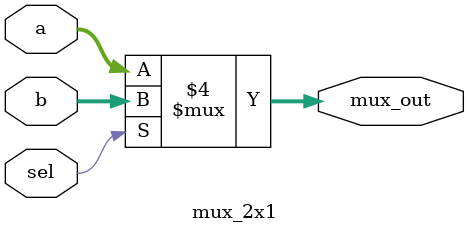
<source format=v>
`timescale 1ns / 1ps


module mux_2x1 #(parameter Bits = 32)(
input [Bits-1:0] a,
input [Bits-1:0] b,
input sel,
output reg [Bits-1:0] mux_out 
    );
    
    always @(sel,a,b)
    begin
    if (~sel)
    mux_out = a;
    else
    mux_out = b;
    end
    
endmodule

</source>
